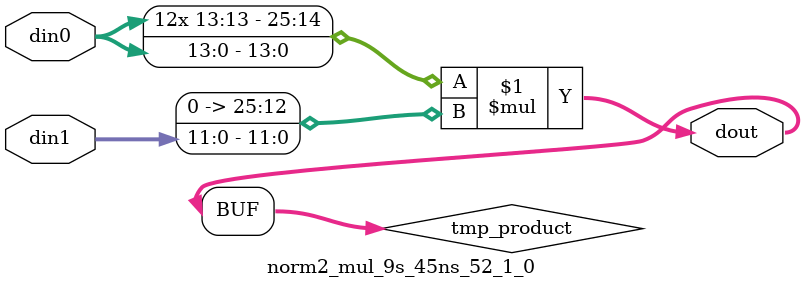
<source format=v>

`timescale 1 ns / 1 ps

 module norm2_mul_9s_45ns_52_1_0(din0, din1, dout);
parameter ID = 1;
parameter NUM_STAGE = 0;
parameter din0_WIDTH = 14;
parameter din1_WIDTH = 12;
parameter dout_WIDTH = 26;

input [din0_WIDTH - 1 : 0] din0; 
input [din1_WIDTH - 1 : 0] din1; 
output [dout_WIDTH - 1 : 0] dout;

wire signed [dout_WIDTH - 1 : 0] tmp_product;


























assign tmp_product = $signed(din0) * $signed({1'b0, din1});









assign dout = tmp_product;





















endmodule

</source>
